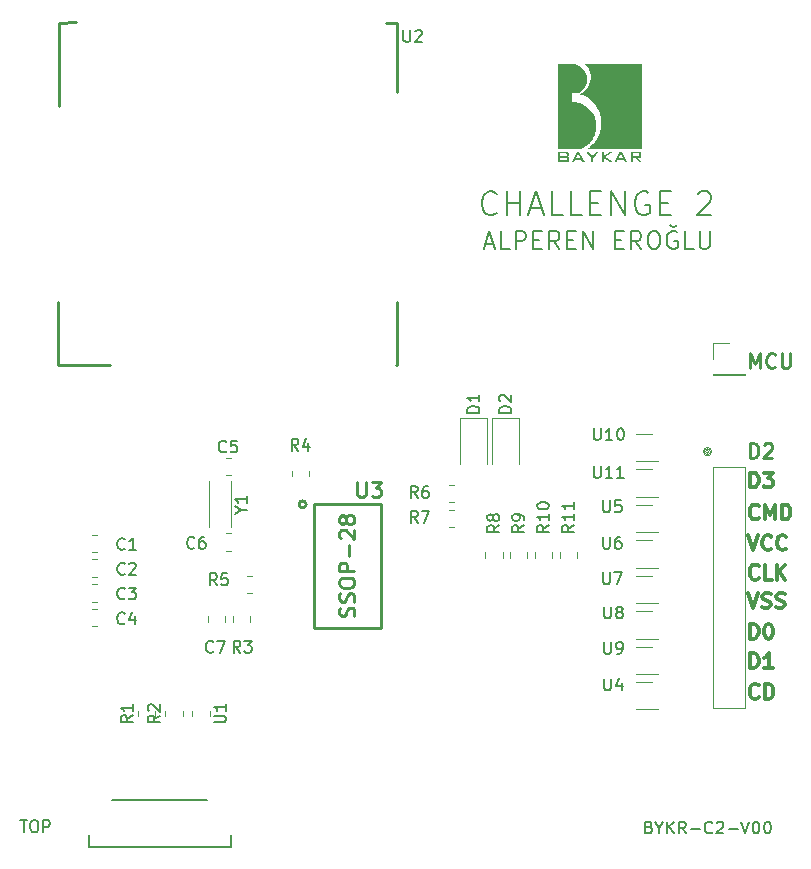
<source format=gbr>
%TF.GenerationSoftware,KiCad,Pcbnew,(6.0.2)*%
%TF.CreationDate,2022-06-02T00:09:37+03:00*%
%TF.ProjectId,BYKR-C2-V00,42594b52-2d43-4322-9d56-30302e6b6963,rev?*%
%TF.SameCoordinates,Original*%
%TF.FileFunction,Legend,Top*%
%TF.FilePolarity,Positive*%
%FSLAX46Y46*%
G04 Gerber Fmt 4.6, Leading zero omitted, Abs format (unit mm)*
G04 Created by KiCad (PCBNEW (6.0.2)) date 2022-06-02 00:09:37*
%MOMM*%
%LPD*%
G01*
G04 APERTURE LIST*
%ADD10C,0.250000*%
%ADD11C,0.300000*%
%ADD12C,0.150000*%
%ADD13C,0.125000*%
%ADD14C,0.254000*%
%ADD15C,0.203200*%
%ADD16C,0.120000*%
G04 APERTURE END LIST*
D10*
X177527380Y-88115476D02*
X177527380Y-86865476D01*
X177944047Y-87758333D01*
X178360713Y-86865476D01*
X178360713Y-88115476D01*
X179670237Y-87996428D02*
X179610713Y-88055952D01*
X179432142Y-88115476D01*
X179313094Y-88115476D01*
X179134523Y-88055952D01*
X179015475Y-87936904D01*
X178955951Y-87817857D01*
X178896428Y-87579761D01*
X178896428Y-87401190D01*
X178955951Y-87163095D01*
X179015475Y-87044047D01*
X179134523Y-86925000D01*
X179313094Y-86865476D01*
X179432142Y-86865476D01*
X179610713Y-86925000D01*
X179670237Y-86984523D01*
X180205951Y-86865476D02*
X180205951Y-87877380D01*
X180265475Y-87996428D01*
X180324999Y-88055952D01*
X180444047Y-88115476D01*
X180682142Y-88115476D01*
X180801189Y-88055952D01*
X180860713Y-87996428D01*
X180920237Y-87877380D01*
X180920237Y-86865476D01*
D11*
X178266666Y-115996428D02*
X178207142Y-116055952D01*
X178028571Y-116115476D01*
X177909523Y-116115476D01*
X177730952Y-116055952D01*
X177611904Y-115936904D01*
X177552381Y-115817857D01*
X177492857Y-115579761D01*
X177492857Y-115401190D01*
X177552381Y-115163095D01*
X177611904Y-115044047D01*
X177730952Y-114925000D01*
X177909523Y-114865476D01*
X178028571Y-114865476D01*
X178207142Y-114925000D01*
X178266666Y-114984523D01*
X178802381Y-116115476D02*
X178802381Y-114865476D01*
X179100000Y-114865476D01*
X179278571Y-114925000D01*
X179397619Y-115044047D01*
X179457142Y-115163095D01*
X179516666Y-115401190D01*
X179516666Y-115579761D01*
X179457142Y-115817857D01*
X179397619Y-115936904D01*
X179278571Y-116055952D01*
X179100000Y-116115476D01*
X178802381Y-116115476D01*
X177552380Y-113515476D02*
X177552380Y-112265476D01*
X177850000Y-112265476D01*
X178028571Y-112325000D01*
X178147619Y-112444047D01*
X178207142Y-112563095D01*
X178266666Y-112801190D01*
X178266666Y-112979761D01*
X178207142Y-113217857D01*
X178147619Y-113336904D01*
X178028571Y-113455952D01*
X177850000Y-113515476D01*
X177552380Y-113515476D01*
X179457142Y-113515476D02*
X178742857Y-113515476D01*
X179100000Y-113515476D02*
X179100000Y-112265476D01*
X178980952Y-112444047D01*
X178861904Y-112563095D01*
X178742857Y-112622619D01*
X177552380Y-111015476D02*
X177552380Y-109765476D01*
X177850000Y-109765476D01*
X178028571Y-109825000D01*
X178147619Y-109944047D01*
X178207142Y-110063095D01*
X178266666Y-110301190D01*
X178266666Y-110479761D01*
X178207142Y-110717857D01*
X178147619Y-110836904D01*
X178028571Y-110955952D01*
X177850000Y-111015476D01*
X177552380Y-111015476D01*
X179040476Y-109765476D02*
X179159523Y-109765476D01*
X179278571Y-109825000D01*
X179338095Y-109884523D01*
X179397619Y-110003571D01*
X179457142Y-110241666D01*
X179457142Y-110539285D01*
X179397619Y-110777380D01*
X179338095Y-110896428D01*
X179278571Y-110955952D01*
X179159523Y-111015476D01*
X179040476Y-111015476D01*
X178921428Y-110955952D01*
X178861904Y-110896428D01*
X178802380Y-110777380D01*
X178742857Y-110539285D01*
X178742857Y-110241666D01*
X178802380Y-110003571D01*
X178861904Y-109884523D01*
X178921428Y-109825000D01*
X179040476Y-109765476D01*
X177373809Y-107165476D02*
X177790475Y-108415476D01*
X178207142Y-107165476D01*
X178564285Y-108355952D02*
X178742856Y-108415476D01*
X179040475Y-108415476D01*
X179159523Y-108355952D01*
X179219047Y-108296428D01*
X179278571Y-108177380D01*
X179278571Y-108058333D01*
X179219047Y-107939285D01*
X179159523Y-107879761D01*
X179040475Y-107820238D01*
X178802380Y-107760714D01*
X178683332Y-107701190D01*
X178623809Y-107641666D01*
X178564285Y-107522619D01*
X178564285Y-107403571D01*
X178623809Y-107284523D01*
X178683332Y-107225000D01*
X178802380Y-107165476D01*
X179099999Y-107165476D01*
X179278571Y-107225000D01*
X179754761Y-108355952D02*
X179933332Y-108415476D01*
X180230952Y-108415476D01*
X180349999Y-108355952D01*
X180409523Y-108296428D01*
X180469047Y-108177380D01*
X180469047Y-108058333D01*
X180409523Y-107939285D01*
X180349999Y-107879761D01*
X180230952Y-107820238D01*
X179992856Y-107760714D01*
X179873809Y-107701190D01*
X179814285Y-107641666D01*
X179754761Y-107522619D01*
X179754761Y-107403571D01*
X179814285Y-107284523D01*
X179873809Y-107225000D01*
X179992856Y-107165476D01*
X180290475Y-107165476D01*
X180469047Y-107225000D01*
X178266666Y-105896428D02*
X178207142Y-105955952D01*
X178028571Y-106015476D01*
X177909523Y-106015476D01*
X177730952Y-105955952D01*
X177611904Y-105836904D01*
X177552380Y-105717857D01*
X177492856Y-105479761D01*
X177492856Y-105301190D01*
X177552380Y-105063095D01*
X177611904Y-104944047D01*
X177730952Y-104825000D01*
X177909523Y-104765476D01*
X178028571Y-104765476D01*
X178207142Y-104825000D01*
X178266666Y-104884523D01*
X179397618Y-106015476D02*
X178802380Y-106015476D01*
X178802380Y-104765476D01*
X179814285Y-106015476D02*
X179814285Y-104765476D01*
X180528571Y-106015476D02*
X179992856Y-105301190D01*
X180528571Y-104765476D02*
X179814285Y-105479761D01*
X177373809Y-102265476D02*
X177790476Y-103515476D01*
X178207142Y-102265476D01*
X179338095Y-103396428D02*
X179278571Y-103455952D01*
X179099999Y-103515476D01*
X178980952Y-103515476D01*
X178802380Y-103455952D01*
X178683333Y-103336904D01*
X178623809Y-103217857D01*
X178564285Y-102979761D01*
X178564285Y-102801190D01*
X178623809Y-102563095D01*
X178683333Y-102444047D01*
X178802380Y-102325000D01*
X178980952Y-102265476D01*
X179099999Y-102265476D01*
X179278571Y-102325000D01*
X179338095Y-102384523D01*
X180588095Y-103396428D02*
X180528571Y-103455952D01*
X180349999Y-103515476D01*
X180230952Y-103515476D01*
X180052380Y-103455952D01*
X179933333Y-103336904D01*
X179873809Y-103217857D01*
X179814285Y-102979761D01*
X179814285Y-102801190D01*
X179873809Y-102563095D01*
X179933333Y-102444047D01*
X180052380Y-102325000D01*
X180230952Y-102265476D01*
X180349999Y-102265476D01*
X180528571Y-102325000D01*
X180588095Y-102384523D01*
X178266666Y-100796428D02*
X178207142Y-100855952D01*
X178028570Y-100915476D01*
X177909523Y-100915476D01*
X177730951Y-100855952D01*
X177611904Y-100736904D01*
X177552380Y-100617857D01*
X177492856Y-100379761D01*
X177492856Y-100201190D01*
X177552380Y-99963095D01*
X177611904Y-99844047D01*
X177730951Y-99725000D01*
X177909523Y-99665476D01*
X178028570Y-99665476D01*
X178207142Y-99725000D01*
X178266666Y-99784523D01*
X178802380Y-100915476D02*
X178802380Y-99665476D01*
X179219047Y-100558333D01*
X179635713Y-99665476D01*
X179635713Y-100915476D01*
X180230951Y-100915476D02*
X180230951Y-99665476D01*
X180528570Y-99665476D01*
X180707142Y-99725000D01*
X180826189Y-99844047D01*
X180885713Y-99963095D01*
X180945237Y-100201190D01*
X180945237Y-100379761D01*
X180885713Y-100617857D01*
X180826189Y-100736904D01*
X180707142Y-100855952D01*
X180528570Y-100915476D01*
X180230951Y-100915476D01*
X177552380Y-98215476D02*
X177552380Y-96965476D01*
X177850000Y-96965476D01*
X178028571Y-97025000D01*
X178147619Y-97144047D01*
X178207142Y-97263095D01*
X178266666Y-97501190D01*
X178266666Y-97679761D01*
X178207142Y-97917857D01*
X178147619Y-98036904D01*
X178028571Y-98155952D01*
X177850000Y-98215476D01*
X177552380Y-98215476D01*
X178683333Y-96965476D02*
X179457142Y-96965476D01*
X179040476Y-97441666D01*
X179219047Y-97441666D01*
X179338095Y-97501190D01*
X179397619Y-97560714D01*
X179457142Y-97679761D01*
X179457142Y-97977380D01*
X179397619Y-98096428D01*
X179338095Y-98155952D01*
X179219047Y-98215476D01*
X178861904Y-98215476D01*
X178742857Y-98155952D01*
X178683333Y-98096428D01*
D10*
X177527380Y-95715476D02*
X177527380Y-94465476D01*
X177825000Y-94465476D01*
X178003571Y-94525000D01*
X178122619Y-94644047D01*
X178182142Y-94763095D01*
X178241666Y-95001190D01*
X178241666Y-95179761D01*
X178182142Y-95417857D01*
X178122619Y-95536904D01*
X178003571Y-95655952D01*
X177825000Y-95715476D01*
X177527380Y-95715476D01*
X178717857Y-94584523D02*
X178777380Y-94525000D01*
X178896428Y-94465476D01*
X179194047Y-94465476D01*
X179313095Y-94525000D01*
X179372619Y-94584523D01*
X179432142Y-94703571D01*
X179432142Y-94822619D01*
X179372619Y-95001190D01*
X178658333Y-95715476D01*
X179432142Y-95715476D01*
D12*
X156073809Y-74964285D02*
X155978571Y-75059523D01*
X155692857Y-75154761D01*
X155502380Y-75154761D01*
X155216666Y-75059523D01*
X155026190Y-74869047D01*
X154930952Y-74678571D01*
X154835714Y-74297619D01*
X154835714Y-74011904D01*
X154930952Y-73630952D01*
X155026190Y-73440476D01*
X155216666Y-73250000D01*
X155502380Y-73154761D01*
X155692857Y-73154761D01*
X155978571Y-73250000D01*
X156073809Y-73345238D01*
X156930952Y-75154761D02*
X156930952Y-73154761D01*
X156930952Y-74107142D02*
X158073809Y-74107142D01*
X158073809Y-75154761D02*
X158073809Y-73154761D01*
X158930952Y-74583333D02*
X159883333Y-74583333D01*
X158740476Y-75154761D02*
X159407142Y-73154761D01*
X160073809Y-75154761D01*
X161692857Y-75154761D02*
X160740476Y-75154761D01*
X160740476Y-73154761D01*
X163311904Y-75154761D02*
X162359523Y-75154761D01*
X162359523Y-73154761D01*
X163978571Y-74107142D02*
X164645238Y-74107142D01*
X164930952Y-75154761D02*
X163978571Y-75154761D01*
X163978571Y-73154761D01*
X164930952Y-73154761D01*
X165788095Y-75154761D02*
X165788095Y-73154761D01*
X166930952Y-75154761D01*
X166930952Y-73154761D01*
X168930952Y-73250000D02*
X168740476Y-73154761D01*
X168454761Y-73154761D01*
X168169047Y-73250000D01*
X167978571Y-73440476D01*
X167883333Y-73630952D01*
X167788095Y-74011904D01*
X167788095Y-74297619D01*
X167883333Y-74678571D01*
X167978571Y-74869047D01*
X168169047Y-75059523D01*
X168454761Y-75154761D01*
X168645238Y-75154761D01*
X168930952Y-75059523D01*
X169026190Y-74964285D01*
X169026190Y-74297619D01*
X168645238Y-74297619D01*
X169883333Y-74107142D02*
X170550000Y-74107142D01*
X170835714Y-75154761D02*
X169883333Y-75154761D01*
X169883333Y-73154761D01*
X170835714Y-73154761D01*
X173121428Y-73345238D02*
X173216666Y-73250000D01*
X173407142Y-73154761D01*
X173883333Y-73154761D01*
X174073809Y-73250000D01*
X174169047Y-73345238D01*
X174264285Y-73535714D01*
X174264285Y-73726190D01*
X174169047Y-74011904D01*
X173026190Y-75154761D01*
X174264285Y-75154761D01*
X115740476Y-126402380D02*
X116311904Y-126402380D01*
X116026190Y-127402380D02*
X116026190Y-126402380D01*
X116835714Y-126402380D02*
X117026190Y-126402380D01*
X117121428Y-126450000D01*
X117216666Y-126545238D01*
X117264285Y-126735714D01*
X117264285Y-127069047D01*
X117216666Y-127259523D01*
X117121428Y-127354761D01*
X117026190Y-127402380D01*
X116835714Y-127402380D01*
X116740476Y-127354761D01*
X116645238Y-127259523D01*
X116597619Y-127069047D01*
X116597619Y-126735714D01*
X116645238Y-126545238D01*
X116740476Y-126450000D01*
X116835714Y-126402380D01*
X117692857Y-127402380D02*
X117692857Y-126402380D01*
X118073809Y-126402380D01*
X118169047Y-126450000D01*
X118216666Y-126497619D01*
X118264285Y-126592857D01*
X118264285Y-126735714D01*
X118216666Y-126830952D01*
X118169047Y-126878571D01*
X118073809Y-126926190D01*
X117692857Y-126926190D01*
X168997619Y-126978571D02*
X169140476Y-127026190D01*
X169188095Y-127073809D01*
X169235714Y-127169047D01*
X169235714Y-127311904D01*
X169188095Y-127407142D01*
X169140476Y-127454761D01*
X169045238Y-127502380D01*
X168664285Y-127502380D01*
X168664285Y-126502380D01*
X168997619Y-126502380D01*
X169092857Y-126550000D01*
X169140476Y-126597619D01*
X169188095Y-126692857D01*
X169188095Y-126788095D01*
X169140476Y-126883333D01*
X169092857Y-126930952D01*
X168997619Y-126978571D01*
X168664285Y-126978571D01*
X169854761Y-127026190D02*
X169854761Y-127502380D01*
X169521428Y-126502380D02*
X169854761Y-127026190D01*
X170188095Y-126502380D01*
X170521428Y-127502380D02*
X170521428Y-126502380D01*
X171092857Y-127502380D02*
X170664285Y-126930952D01*
X171092857Y-126502380D02*
X170521428Y-127073809D01*
X172092857Y-127502380D02*
X171759523Y-127026190D01*
X171521428Y-127502380D02*
X171521428Y-126502380D01*
X171902380Y-126502380D01*
X171997619Y-126550000D01*
X172045238Y-126597619D01*
X172092857Y-126692857D01*
X172092857Y-126835714D01*
X172045238Y-126930952D01*
X171997619Y-126978571D01*
X171902380Y-127026190D01*
X171521428Y-127026190D01*
X172521428Y-127121428D02*
X173283333Y-127121428D01*
X174330952Y-127407142D02*
X174283333Y-127454761D01*
X174140476Y-127502380D01*
X174045238Y-127502380D01*
X173902380Y-127454761D01*
X173807142Y-127359523D01*
X173759523Y-127264285D01*
X173711904Y-127073809D01*
X173711904Y-126930952D01*
X173759523Y-126740476D01*
X173807142Y-126645238D01*
X173902380Y-126550000D01*
X174045238Y-126502380D01*
X174140476Y-126502380D01*
X174283333Y-126550000D01*
X174330952Y-126597619D01*
X174711904Y-126597619D02*
X174759523Y-126550000D01*
X174854761Y-126502380D01*
X175092857Y-126502380D01*
X175188095Y-126550000D01*
X175235714Y-126597619D01*
X175283333Y-126692857D01*
X175283333Y-126788095D01*
X175235714Y-126930952D01*
X174664285Y-127502380D01*
X175283333Y-127502380D01*
X175711904Y-127121428D02*
X176473809Y-127121428D01*
X176807142Y-126502380D02*
X177140476Y-127502380D01*
X177473809Y-126502380D01*
X177997619Y-126502380D02*
X178092857Y-126502380D01*
X178188095Y-126550000D01*
X178235714Y-126597619D01*
X178283333Y-126692857D01*
X178330952Y-126883333D01*
X178330952Y-127121428D01*
X178283333Y-127311904D01*
X178235714Y-127407142D01*
X178188095Y-127454761D01*
X178092857Y-127502380D01*
X177997619Y-127502380D01*
X177902380Y-127454761D01*
X177854761Y-127407142D01*
X177807142Y-127311904D01*
X177759523Y-127121428D01*
X177759523Y-126883333D01*
X177807142Y-126692857D01*
X177854761Y-126597619D01*
X177902380Y-126550000D01*
X177997619Y-126502380D01*
X178950000Y-126502380D02*
X179045238Y-126502380D01*
X179140476Y-126550000D01*
X179188095Y-126597619D01*
X179235714Y-126692857D01*
X179283333Y-126883333D01*
X179283333Y-127121428D01*
X179235714Y-127311904D01*
X179188095Y-127407142D01*
X179140476Y-127454761D01*
X179045238Y-127502380D01*
X178950000Y-127502380D01*
X178854761Y-127454761D01*
X178807142Y-127407142D01*
X178759523Y-127311904D01*
X178711904Y-127121428D01*
X178711904Y-126883333D01*
X178759523Y-126692857D01*
X178807142Y-126597619D01*
X178854761Y-126550000D01*
X178950000Y-126502380D01*
X155114285Y-77600000D02*
X155828571Y-77600000D01*
X154971428Y-78028571D02*
X155471428Y-76528571D01*
X155971428Y-78028571D01*
X157185714Y-78028571D02*
X156471428Y-78028571D01*
X156471428Y-76528571D01*
X157685714Y-78028571D02*
X157685714Y-76528571D01*
X158257142Y-76528571D01*
X158400000Y-76600000D01*
X158471428Y-76671428D01*
X158542857Y-76814285D01*
X158542857Y-77028571D01*
X158471428Y-77171428D01*
X158400000Y-77242857D01*
X158257142Y-77314285D01*
X157685714Y-77314285D01*
X159185714Y-77242857D02*
X159685714Y-77242857D01*
X159900000Y-78028571D02*
X159185714Y-78028571D01*
X159185714Y-76528571D01*
X159900000Y-76528571D01*
X161400000Y-78028571D02*
X160900000Y-77314285D01*
X160542857Y-78028571D02*
X160542857Y-76528571D01*
X161114285Y-76528571D01*
X161257142Y-76600000D01*
X161328571Y-76671428D01*
X161400000Y-76814285D01*
X161400000Y-77028571D01*
X161328571Y-77171428D01*
X161257142Y-77242857D01*
X161114285Y-77314285D01*
X160542857Y-77314285D01*
X162042857Y-77242857D02*
X162542857Y-77242857D01*
X162757142Y-78028571D02*
X162042857Y-78028571D01*
X162042857Y-76528571D01*
X162757142Y-76528571D01*
X163400000Y-78028571D02*
X163400000Y-76528571D01*
X164257142Y-78028571D01*
X164257142Y-76528571D01*
X166114285Y-77242857D02*
X166614285Y-77242857D01*
X166828571Y-78028571D02*
X166114285Y-78028571D01*
X166114285Y-76528571D01*
X166828571Y-76528571D01*
X168328571Y-78028571D02*
X167828571Y-77314285D01*
X167471428Y-78028571D02*
X167471428Y-76528571D01*
X168042857Y-76528571D01*
X168185714Y-76600000D01*
X168257142Y-76671428D01*
X168328571Y-76814285D01*
X168328571Y-77028571D01*
X168257142Y-77171428D01*
X168185714Y-77242857D01*
X168042857Y-77314285D01*
X167471428Y-77314285D01*
X169257142Y-76528571D02*
X169542857Y-76528571D01*
X169685714Y-76600000D01*
X169828571Y-76742857D01*
X169900000Y-77028571D01*
X169900000Y-77528571D01*
X169828571Y-77814285D01*
X169685714Y-77957142D01*
X169542857Y-78028571D01*
X169257142Y-78028571D01*
X169114285Y-77957142D01*
X168971428Y-77814285D01*
X168900000Y-77528571D01*
X168900000Y-77028571D01*
X168971428Y-76742857D01*
X169114285Y-76600000D01*
X169257142Y-76528571D01*
X171328571Y-76600000D02*
X171185714Y-76528571D01*
X170971428Y-76528571D01*
X170757142Y-76600000D01*
X170614285Y-76742857D01*
X170542857Y-76885714D01*
X170471428Y-77171428D01*
X170471428Y-77385714D01*
X170542857Y-77671428D01*
X170614285Y-77814285D01*
X170757142Y-77957142D01*
X170971428Y-78028571D01*
X171114285Y-78028571D01*
X171328571Y-77957142D01*
X171400000Y-77885714D01*
X171400000Y-77385714D01*
X171114285Y-77385714D01*
X170757142Y-75957142D02*
X170828571Y-76100000D01*
X170971428Y-76171428D01*
X171114285Y-76171428D01*
X171257142Y-76100000D01*
X171328571Y-75957142D01*
X172757142Y-78028571D02*
X172042857Y-78028571D01*
X172042857Y-76528571D01*
X173257142Y-76528571D02*
X173257142Y-77742857D01*
X173328571Y-77885714D01*
X173400000Y-77957142D01*
X173542857Y-78028571D01*
X173828571Y-78028571D01*
X173971428Y-77957142D01*
X174042857Y-77885714D01*
X174114285Y-77742857D01*
X174114285Y-76528571D01*
D13*
%TO.C,G\u002A\u002A\u002A*%
X165909523Y-66800000D02*
X165861904Y-66776190D01*
X165790476Y-66776190D01*
X165719047Y-66800000D01*
X165671428Y-66847619D01*
X165647619Y-66895238D01*
X165623809Y-66990476D01*
X165623809Y-67061904D01*
X165647619Y-67157142D01*
X165671428Y-67204761D01*
X165719047Y-67252380D01*
X165790476Y-67276190D01*
X165838095Y-67276190D01*
X165909523Y-67252380D01*
X165933333Y-67228571D01*
X165933333Y-67061904D01*
X165838095Y-67061904D01*
X166219047Y-66776190D02*
X166219047Y-66895238D01*
X166100000Y-66847619D02*
X166219047Y-66895238D01*
X166338095Y-66847619D01*
X166147619Y-66990476D02*
X166219047Y-66895238D01*
X166290476Y-66990476D01*
X166600000Y-66776190D02*
X166600000Y-66895238D01*
X166480952Y-66847619D02*
X166600000Y-66895238D01*
X166719047Y-66847619D01*
X166528571Y-66990476D02*
X166600000Y-66895238D01*
X166671428Y-66990476D01*
X166980952Y-66776190D02*
X166980952Y-66895238D01*
X166861904Y-66847619D02*
X166980952Y-66895238D01*
X167100000Y-66847619D01*
X166909523Y-66990476D02*
X166980952Y-66895238D01*
X167052380Y-66990476D01*
D12*
%TO.C,U2*%
X148188095Y-59502380D02*
X148188095Y-60311904D01*
X148235714Y-60407142D01*
X148283333Y-60454761D01*
X148378571Y-60502380D01*
X148569047Y-60502380D01*
X148664285Y-60454761D01*
X148711904Y-60407142D01*
X148759523Y-60311904D01*
X148759523Y-59502380D01*
X149188095Y-59597619D02*
X149235714Y-59550000D01*
X149330952Y-59502380D01*
X149569047Y-59502380D01*
X149664285Y-59550000D01*
X149711904Y-59597619D01*
X149759523Y-59692857D01*
X149759523Y-59788095D01*
X149711904Y-59930952D01*
X149140476Y-60502380D01*
X149759523Y-60502380D01*
%TO.C,Y1*%
X134426190Y-100126190D02*
X134902380Y-100126190D01*
X133902380Y-100459523D02*
X134426190Y-100126190D01*
X133902380Y-99792857D01*
X134902380Y-98935714D02*
X134902380Y-99507142D01*
X134902380Y-99221428D02*
X133902380Y-99221428D01*
X134045238Y-99316666D01*
X134140476Y-99411904D01*
X134188095Y-99507142D01*
%TO.C,U11*%
X164311904Y-96402380D02*
X164311904Y-97211904D01*
X164359523Y-97307142D01*
X164407142Y-97354761D01*
X164502380Y-97402380D01*
X164692857Y-97402380D01*
X164788095Y-97354761D01*
X164835714Y-97307142D01*
X164883333Y-97211904D01*
X164883333Y-96402380D01*
X165883333Y-97402380D02*
X165311904Y-97402380D01*
X165597619Y-97402380D02*
X165597619Y-96402380D01*
X165502380Y-96545238D01*
X165407142Y-96640476D01*
X165311904Y-96688095D01*
X166835714Y-97402380D02*
X166264285Y-97402380D01*
X166550000Y-97402380D02*
X166550000Y-96402380D01*
X166454761Y-96545238D01*
X166359523Y-96640476D01*
X166264285Y-96688095D01*
%TO.C,U10*%
X164311904Y-93202380D02*
X164311904Y-94011904D01*
X164359523Y-94107142D01*
X164407142Y-94154761D01*
X164502380Y-94202380D01*
X164692857Y-94202380D01*
X164788095Y-94154761D01*
X164835714Y-94107142D01*
X164883333Y-94011904D01*
X164883333Y-93202380D01*
X165883333Y-94202380D02*
X165311904Y-94202380D01*
X165597619Y-94202380D02*
X165597619Y-93202380D01*
X165502380Y-93345238D01*
X165407142Y-93440476D01*
X165311904Y-93488095D01*
X166502380Y-93202380D02*
X166597619Y-93202380D01*
X166692857Y-93250000D01*
X166740476Y-93297619D01*
X166788095Y-93392857D01*
X166835714Y-93583333D01*
X166835714Y-93821428D01*
X166788095Y-94011904D01*
X166740476Y-94107142D01*
X166692857Y-94154761D01*
X166597619Y-94202380D01*
X166502380Y-94202380D01*
X166407142Y-94154761D01*
X166359523Y-94107142D01*
X166311904Y-94011904D01*
X166264285Y-93821428D01*
X166264285Y-93583333D01*
X166311904Y-93392857D01*
X166359523Y-93297619D01*
X166407142Y-93250000D01*
X166502380Y-93202380D01*
%TO.C,U9*%
X165188095Y-111302380D02*
X165188095Y-112111904D01*
X165235714Y-112207142D01*
X165283333Y-112254761D01*
X165378571Y-112302380D01*
X165569047Y-112302380D01*
X165664285Y-112254761D01*
X165711904Y-112207142D01*
X165759523Y-112111904D01*
X165759523Y-111302380D01*
X166283333Y-112302380D02*
X166473809Y-112302380D01*
X166569047Y-112254761D01*
X166616666Y-112207142D01*
X166711904Y-112064285D01*
X166759523Y-111873809D01*
X166759523Y-111492857D01*
X166711904Y-111397619D01*
X166664285Y-111350000D01*
X166569047Y-111302380D01*
X166378571Y-111302380D01*
X166283333Y-111350000D01*
X166235714Y-111397619D01*
X166188095Y-111492857D01*
X166188095Y-111730952D01*
X166235714Y-111826190D01*
X166283333Y-111873809D01*
X166378571Y-111921428D01*
X166569047Y-111921428D01*
X166664285Y-111873809D01*
X166711904Y-111826190D01*
X166759523Y-111730952D01*
%TO.C,U8*%
X165188095Y-108302380D02*
X165188095Y-109111904D01*
X165235714Y-109207142D01*
X165283333Y-109254761D01*
X165378571Y-109302380D01*
X165569047Y-109302380D01*
X165664285Y-109254761D01*
X165711904Y-109207142D01*
X165759523Y-109111904D01*
X165759523Y-108302380D01*
X166378571Y-108730952D02*
X166283333Y-108683333D01*
X166235714Y-108635714D01*
X166188095Y-108540476D01*
X166188095Y-108492857D01*
X166235714Y-108397619D01*
X166283333Y-108350000D01*
X166378571Y-108302380D01*
X166569047Y-108302380D01*
X166664285Y-108350000D01*
X166711904Y-108397619D01*
X166759523Y-108492857D01*
X166759523Y-108540476D01*
X166711904Y-108635714D01*
X166664285Y-108683333D01*
X166569047Y-108730952D01*
X166378571Y-108730952D01*
X166283333Y-108778571D01*
X166235714Y-108826190D01*
X166188095Y-108921428D01*
X166188095Y-109111904D01*
X166235714Y-109207142D01*
X166283333Y-109254761D01*
X166378571Y-109302380D01*
X166569047Y-109302380D01*
X166664285Y-109254761D01*
X166711904Y-109207142D01*
X166759523Y-109111904D01*
X166759523Y-108921428D01*
X166711904Y-108826190D01*
X166664285Y-108778571D01*
X166569047Y-108730952D01*
%TO.C,U7*%
X165088095Y-105402380D02*
X165088095Y-106211904D01*
X165135714Y-106307142D01*
X165183333Y-106354761D01*
X165278571Y-106402380D01*
X165469047Y-106402380D01*
X165564285Y-106354761D01*
X165611904Y-106307142D01*
X165659523Y-106211904D01*
X165659523Y-105402380D01*
X166040476Y-105402380D02*
X166707142Y-105402380D01*
X166278571Y-106402380D01*
%TO.C,U6*%
X165088095Y-102402380D02*
X165088095Y-103211904D01*
X165135714Y-103307142D01*
X165183333Y-103354761D01*
X165278571Y-103402380D01*
X165469047Y-103402380D01*
X165564285Y-103354761D01*
X165611904Y-103307142D01*
X165659523Y-103211904D01*
X165659523Y-102402380D01*
X166564285Y-102402380D02*
X166373809Y-102402380D01*
X166278571Y-102450000D01*
X166230952Y-102497619D01*
X166135714Y-102640476D01*
X166088095Y-102830952D01*
X166088095Y-103211904D01*
X166135714Y-103307142D01*
X166183333Y-103354761D01*
X166278571Y-103402380D01*
X166469047Y-103402380D01*
X166564285Y-103354761D01*
X166611904Y-103307142D01*
X166659523Y-103211904D01*
X166659523Y-102973809D01*
X166611904Y-102878571D01*
X166564285Y-102830952D01*
X166469047Y-102783333D01*
X166278571Y-102783333D01*
X166183333Y-102830952D01*
X166135714Y-102878571D01*
X166088095Y-102973809D01*
%TO.C,U5*%
X165088095Y-99302380D02*
X165088095Y-100111904D01*
X165135714Y-100207142D01*
X165183333Y-100254761D01*
X165278571Y-100302380D01*
X165469047Y-100302380D01*
X165564285Y-100254761D01*
X165611904Y-100207142D01*
X165659523Y-100111904D01*
X165659523Y-99302380D01*
X166611904Y-99302380D02*
X166135714Y-99302380D01*
X166088095Y-99778571D01*
X166135714Y-99730952D01*
X166230952Y-99683333D01*
X166469047Y-99683333D01*
X166564285Y-99730952D01*
X166611904Y-99778571D01*
X166659523Y-99873809D01*
X166659523Y-100111904D01*
X166611904Y-100207142D01*
X166564285Y-100254761D01*
X166469047Y-100302380D01*
X166230952Y-100302380D01*
X166135714Y-100254761D01*
X166088095Y-100207142D01*
%TO.C,U4*%
X165188095Y-114402380D02*
X165188095Y-115211904D01*
X165235714Y-115307142D01*
X165283333Y-115354761D01*
X165378571Y-115402380D01*
X165569047Y-115402380D01*
X165664285Y-115354761D01*
X165711904Y-115307142D01*
X165759523Y-115211904D01*
X165759523Y-114402380D01*
X166664285Y-114735714D02*
X166664285Y-115402380D01*
X166426190Y-114354761D02*
X166188095Y-115069047D01*
X166807142Y-115069047D01*
D14*
%TO.C,U3*%
X144282380Y-97754523D02*
X144282380Y-98782619D01*
X144342857Y-98903571D01*
X144403333Y-98964047D01*
X144524285Y-99024523D01*
X144766190Y-99024523D01*
X144887142Y-98964047D01*
X144947619Y-98903571D01*
X145008095Y-98782619D01*
X145008095Y-97754523D01*
X145491904Y-97754523D02*
X146278095Y-97754523D01*
X145854761Y-98238333D01*
X146036190Y-98238333D01*
X146157142Y-98298809D01*
X146217619Y-98359285D01*
X146278095Y-98480238D01*
X146278095Y-98782619D01*
X146217619Y-98903571D01*
X146157142Y-98964047D01*
X146036190Y-99024523D01*
X145673333Y-99024523D01*
X145552380Y-98964047D01*
X145491904Y-98903571D01*
X143964047Y-109113571D02*
X144024523Y-108932142D01*
X144024523Y-108629761D01*
X143964047Y-108508809D01*
X143903571Y-108448333D01*
X143782619Y-108387857D01*
X143661666Y-108387857D01*
X143540714Y-108448333D01*
X143480238Y-108508809D01*
X143419761Y-108629761D01*
X143359285Y-108871666D01*
X143298809Y-108992619D01*
X143238333Y-109053095D01*
X143117380Y-109113571D01*
X142996428Y-109113571D01*
X142875476Y-109053095D01*
X142815000Y-108992619D01*
X142754523Y-108871666D01*
X142754523Y-108569285D01*
X142815000Y-108387857D01*
X143964047Y-107904047D02*
X144024523Y-107722619D01*
X144024523Y-107420238D01*
X143964047Y-107299285D01*
X143903571Y-107238809D01*
X143782619Y-107178333D01*
X143661666Y-107178333D01*
X143540714Y-107238809D01*
X143480238Y-107299285D01*
X143419761Y-107420238D01*
X143359285Y-107662142D01*
X143298809Y-107783095D01*
X143238333Y-107843571D01*
X143117380Y-107904047D01*
X142996428Y-107904047D01*
X142875476Y-107843571D01*
X142815000Y-107783095D01*
X142754523Y-107662142D01*
X142754523Y-107359761D01*
X142815000Y-107178333D01*
X142754523Y-106392142D02*
X142754523Y-106150238D01*
X142815000Y-106029285D01*
X142935952Y-105908333D01*
X143177857Y-105847857D01*
X143601190Y-105847857D01*
X143843095Y-105908333D01*
X143964047Y-106029285D01*
X144024523Y-106150238D01*
X144024523Y-106392142D01*
X143964047Y-106513095D01*
X143843095Y-106634047D01*
X143601190Y-106694523D01*
X143177857Y-106694523D01*
X142935952Y-106634047D01*
X142815000Y-106513095D01*
X142754523Y-106392142D01*
X144024523Y-105303571D02*
X142754523Y-105303571D01*
X142754523Y-104819761D01*
X142815000Y-104698809D01*
X142875476Y-104638333D01*
X142996428Y-104577857D01*
X143177857Y-104577857D01*
X143298809Y-104638333D01*
X143359285Y-104698809D01*
X143419761Y-104819761D01*
X143419761Y-105303571D01*
X143540714Y-104033571D02*
X143540714Y-103065952D01*
X142875476Y-102521666D02*
X142815000Y-102461190D01*
X142754523Y-102340238D01*
X142754523Y-102037857D01*
X142815000Y-101916904D01*
X142875476Y-101856428D01*
X142996428Y-101795952D01*
X143117380Y-101795952D01*
X143298809Y-101856428D01*
X144024523Y-102582142D01*
X144024523Y-101795952D01*
X143298809Y-101070238D02*
X143238333Y-101191190D01*
X143177857Y-101251666D01*
X143056904Y-101312142D01*
X142996428Y-101312142D01*
X142875476Y-101251666D01*
X142815000Y-101191190D01*
X142754523Y-101070238D01*
X142754523Y-100828333D01*
X142815000Y-100707380D01*
X142875476Y-100646904D01*
X142996428Y-100586428D01*
X143056904Y-100586428D01*
X143177857Y-100646904D01*
X143238333Y-100707380D01*
X143298809Y-100828333D01*
X143298809Y-101070238D01*
X143359285Y-101191190D01*
X143419761Y-101251666D01*
X143540714Y-101312142D01*
X143782619Y-101312142D01*
X143903571Y-101251666D01*
X143964047Y-101191190D01*
X144024523Y-101070238D01*
X144024523Y-100828333D01*
X143964047Y-100707380D01*
X143903571Y-100646904D01*
X143782619Y-100586428D01*
X143540714Y-100586428D01*
X143419761Y-100646904D01*
X143359285Y-100707380D01*
X143298809Y-100828333D01*
D12*
%TO.C,U1*%
X132152380Y-118111904D02*
X132961904Y-118111904D01*
X133057142Y-118064285D01*
X133104761Y-118016666D01*
X133152380Y-117921428D01*
X133152380Y-117730952D01*
X133104761Y-117635714D01*
X133057142Y-117588095D01*
X132961904Y-117540476D01*
X132152380Y-117540476D01*
X133152380Y-116540476D02*
X133152380Y-117111904D01*
X133152380Y-116826190D02*
X132152380Y-116826190D01*
X132295238Y-116921428D01*
X132390476Y-117016666D01*
X132438095Y-117111904D01*
%TO.C,R11*%
X162602380Y-101392857D02*
X162126190Y-101726190D01*
X162602380Y-101964285D02*
X161602380Y-101964285D01*
X161602380Y-101583333D01*
X161650000Y-101488095D01*
X161697619Y-101440476D01*
X161792857Y-101392857D01*
X161935714Y-101392857D01*
X162030952Y-101440476D01*
X162078571Y-101488095D01*
X162126190Y-101583333D01*
X162126190Y-101964285D01*
X162602380Y-100440476D02*
X162602380Y-101011904D01*
X162602380Y-100726190D02*
X161602380Y-100726190D01*
X161745238Y-100821428D01*
X161840476Y-100916666D01*
X161888095Y-101011904D01*
X162602380Y-99488095D02*
X162602380Y-100059523D01*
X162602380Y-99773809D02*
X161602380Y-99773809D01*
X161745238Y-99869047D01*
X161840476Y-99964285D01*
X161888095Y-100059523D01*
%TO.C,R10*%
X160502380Y-101392857D02*
X160026190Y-101726190D01*
X160502380Y-101964285D02*
X159502380Y-101964285D01*
X159502380Y-101583333D01*
X159550000Y-101488095D01*
X159597619Y-101440476D01*
X159692857Y-101392857D01*
X159835714Y-101392857D01*
X159930952Y-101440476D01*
X159978571Y-101488095D01*
X160026190Y-101583333D01*
X160026190Y-101964285D01*
X160502380Y-100440476D02*
X160502380Y-101011904D01*
X160502380Y-100726190D02*
X159502380Y-100726190D01*
X159645238Y-100821428D01*
X159740476Y-100916666D01*
X159788095Y-101011904D01*
X159502380Y-99821428D02*
X159502380Y-99726190D01*
X159550000Y-99630952D01*
X159597619Y-99583333D01*
X159692857Y-99535714D01*
X159883333Y-99488095D01*
X160121428Y-99488095D01*
X160311904Y-99535714D01*
X160407142Y-99583333D01*
X160454761Y-99630952D01*
X160502380Y-99726190D01*
X160502380Y-99821428D01*
X160454761Y-99916666D01*
X160407142Y-99964285D01*
X160311904Y-100011904D01*
X160121428Y-100059523D01*
X159883333Y-100059523D01*
X159692857Y-100011904D01*
X159597619Y-99964285D01*
X159550000Y-99916666D01*
X159502380Y-99821428D01*
%TO.C,R9*%
X158402380Y-101416666D02*
X157926190Y-101750000D01*
X158402380Y-101988095D02*
X157402380Y-101988095D01*
X157402380Y-101607142D01*
X157450000Y-101511904D01*
X157497619Y-101464285D01*
X157592857Y-101416666D01*
X157735714Y-101416666D01*
X157830952Y-101464285D01*
X157878571Y-101511904D01*
X157926190Y-101607142D01*
X157926190Y-101988095D01*
X158402380Y-100940476D02*
X158402380Y-100750000D01*
X158354761Y-100654761D01*
X158307142Y-100607142D01*
X158164285Y-100511904D01*
X157973809Y-100464285D01*
X157592857Y-100464285D01*
X157497619Y-100511904D01*
X157450000Y-100559523D01*
X157402380Y-100654761D01*
X157402380Y-100845238D01*
X157450000Y-100940476D01*
X157497619Y-100988095D01*
X157592857Y-101035714D01*
X157830952Y-101035714D01*
X157926190Y-100988095D01*
X157973809Y-100940476D01*
X158021428Y-100845238D01*
X158021428Y-100654761D01*
X157973809Y-100559523D01*
X157926190Y-100511904D01*
X157830952Y-100464285D01*
%TO.C,R8*%
X156302380Y-101416666D02*
X155826190Y-101750000D01*
X156302380Y-101988095D02*
X155302380Y-101988095D01*
X155302380Y-101607142D01*
X155350000Y-101511904D01*
X155397619Y-101464285D01*
X155492857Y-101416666D01*
X155635714Y-101416666D01*
X155730952Y-101464285D01*
X155778571Y-101511904D01*
X155826190Y-101607142D01*
X155826190Y-101988095D01*
X155730952Y-100845238D02*
X155683333Y-100940476D01*
X155635714Y-100988095D01*
X155540476Y-101035714D01*
X155492857Y-101035714D01*
X155397619Y-100988095D01*
X155350000Y-100940476D01*
X155302380Y-100845238D01*
X155302380Y-100654761D01*
X155350000Y-100559523D01*
X155397619Y-100511904D01*
X155492857Y-100464285D01*
X155540476Y-100464285D01*
X155635714Y-100511904D01*
X155683333Y-100559523D01*
X155730952Y-100654761D01*
X155730952Y-100845238D01*
X155778571Y-100940476D01*
X155826190Y-100988095D01*
X155921428Y-101035714D01*
X156111904Y-101035714D01*
X156207142Y-100988095D01*
X156254761Y-100940476D01*
X156302380Y-100845238D01*
X156302380Y-100654761D01*
X156254761Y-100559523D01*
X156207142Y-100511904D01*
X156111904Y-100464285D01*
X155921428Y-100464285D01*
X155826190Y-100511904D01*
X155778571Y-100559523D01*
X155730952Y-100654761D01*
%TO.C,R7*%
X149383333Y-101202380D02*
X149050000Y-100726190D01*
X148811904Y-101202380D02*
X148811904Y-100202380D01*
X149192857Y-100202380D01*
X149288095Y-100250000D01*
X149335714Y-100297619D01*
X149383333Y-100392857D01*
X149383333Y-100535714D01*
X149335714Y-100630952D01*
X149288095Y-100678571D01*
X149192857Y-100726190D01*
X148811904Y-100726190D01*
X149716666Y-100202380D02*
X150383333Y-100202380D01*
X149954761Y-101202380D01*
%TO.C,R6*%
X149383333Y-99102380D02*
X149050000Y-98626190D01*
X148811904Y-99102380D02*
X148811904Y-98102380D01*
X149192857Y-98102380D01*
X149288095Y-98150000D01*
X149335714Y-98197619D01*
X149383333Y-98292857D01*
X149383333Y-98435714D01*
X149335714Y-98530952D01*
X149288095Y-98578571D01*
X149192857Y-98626190D01*
X148811904Y-98626190D01*
X150240476Y-98102380D02*
X150050000Y-98102380D01*
X149954761Y-98150000D01*
X149907142Y-98197619D01*
X149811904Y-98340476D01*
X149764285Y-98530952D01*
X149764285Y-98911904D01*
X149811904Y-99007142D01*
X149859523Y-99054761D01*
X149954761Y-99102380D01*
X150145238Y-99102380D01*
X150240476Y-99054761D01*
X150288095Y-99007142D01*
X150335714Y-98911904D01*
X150335714Y-98673809D01*
X150288095Y-98578571D01*
X150240476Y-98530952D01*
X150145238Y-98483333D01*
X149954761Y-98483333D01*
X149859523Y-98530952D01*
X149811904Y-98578571D01*
X149764285Y-98673809D01*
%TO.C,R5*%
X132383333Y-106502380D02*
X132050000Y-106026190D01*
X131811904Y-106502380D02*
X131811904Y-105502380D01*
X132192857Y-105502380D01*
X132288095Y-105550000D01*
X132335714Y-105597619D01*
X132383333Y-105692857D01*
X132383333Y-105835714D01*
X132335714Y-105930952D01*
X132288095Y-105978571D01*
X132192857Y-106026190D01*
X131811904Y-106026190D01*
X133288095Y-105502380D02*
X132811904Y-105502380D01*
X132764285Y-105978571D01*
X132811904Y-105930952D01*
X132907142Y-105883333D01*
X133145238Y-105883333D01*
X133240476Y-105930952D01*
X133288095Y-105978571D01*
X133335714Y-106073809D01*
X133335714Y-106311904D01*
X133288095Y-106407142D01*
X133240476Y-106454761D01*
X133145238Y-106502380D01*
X132907142Y-106502380D01*
X132811904Y-106454761D01*
X132764285Y-106407142D01*
%TO.C,R4*%
X139283333Y-95102380D02*
X138950000Y-94626190D01*
X138711904Y-95102380D02*
X138711904Y-94102380D01*
X139092857Y-94102380D01*
X139188095Y-94150000D01*
X139235714Y-94197619D01*
X139283333Y-94292857D01*
X139283333Y-94435714D01*
X139235714Y-94530952D01*
X139188095Y-94578571D01*
X139092857Y-94626190D01*
X138711904Y-94626190D01*
X140140476Y-94435714D02*
X140140476Y-95102380D01*
X139902380Y-94054761D02*
X139664285Y-94769047D01*
X140283333Y-94769047D01*
%TO.C,R3*%
X134383333Y-112202380D02*
X134050000Y-111726190D01*
X133811904Y-112202380D02*
X133811904Y-111202380D01*
X134192857Y-111202380D01*
X134288095Y-111250000D01*
X134335714Y-111297619D01*
X134383333Y-111392857D01*
X134383333Y-111535714D01*
X134335714Y-111630952D01*
X134288095Y-111678571D01*
X134192857Y-111726190D01*
X133811904Y-111726190D01*
X134716666Y-111202380D02*
X135335714Y-111202380D01*
X135002380Y-111583333D01*
X135145238Y-111583333D01*
X135240476Y-111630952D01*
X135288095Y-111678571D01*
X135335714Y-111773809D01*
X135335714Y-112011904D01*
X135288095Y-112107142D01*
X135240476Y-112154761D01*
X135145238Y-112202380D01*
X134859523Y-112202380D01*
X134764285Y-112154761D01*
X134716666Y-112107142D01*
%TO.C,R2*%
X127552380Y-117529166D02*
X127076190Y-117862500D01*
X127552380Y-118100595D02*
X126552380Y-118100595D01*
X126552380Y-117719642D01*
X126600000Y-117624404D01*
X126647619Y-117576785D01*
X126742857Y-117529166D01*
X126885714Y-117529166D01*
X126980952Y-117576785D01*
X127028571Y-117624404D01*
X127076190Y-117719642D01*
X127076190Y-118100595D01*
X126647619Y-117148214D02*
X126600000Y-117100595D01*
X126552380Y-117005357D01*
X126552380Y-116767261D01*
X126600000Y-116672023D01*
X126647619Y-116624404D01*
X126742857Y-116576785D01*
X126838095Y-116576785D01*
X126980952Y-116624404D01*
X127552380Y-117195833D01*
X127552380Y-116576785D01*
%TO.C,R1*%
X125252380Y-117516666D02*
X124776190Y-117850000D01*
X125252380Y-118088095D02*
X124252380Y-118088095D01*
X124252380Y-117707142D01*
X124300000Y-117611904D01*
X124347619Y-117564285D01*
X124442857Y-117516666D01*
X124585714Y-117516666D01*
X124680952Y-117564285D01*
X124728571Y-117611904D01*
X124776190Y-117707142D01*
X124776190Y-118088095D01*
X125252380Y-116564285D02*
X125252380Y-117135714D01*
X125252380Y-116850000D02*
X124252380Y-116850000D01*
X124395238Y-116945238D01*
X124490476Y-117040476D01*
X124538095Y-117135714D01*
%TO.C,D2*%
X157302380Y-91888095D02*
X156302380Y-91888095D01*
X156302380Y-91650000D01*
X156350000Y-91507142D01*
X156445238Y-91411904D01*
X156540476Y-91364285D01*
X156730952Y-91316666D01*
X156873809Y-91316666D01*
X157064285Y-91364285D01*
X157159523Y-91411904D01*
X157254761Y-91507142D01*
X157302380Y-91650000D01*
X157302380Y-91888095D01*
X156397619Y-90935714D02*
X156350000Y-90888095D01*
X156302380Y-90792857D01*
X156302380Y-90554761D01*
X156350000Y-90459523D01*
X156397619Y-90411904D01*
X156492857Y-90364285D01*
X156588095Y-90364285D01*
X156730952Y-90411904D01*
X157302380Y-90983333D01*
X157302380Y-90364285D01*
%TO.C,D1*%
X154602380Y-91888095D02*
X153602380Y-91888095D01*
X153602380Y-91650000D01*
X153650000Y-91507142D01*
X153745238Y-91411904D01*
X153840476Y-91364285D01*
X154030952Y-91316666D01*
X154173809Y-91316666D01*
X154364285Y-91364285D01*
X154459523Y-91411904D01*
X154554761Y-91507142D01*
X154602380Y-91650000D01*
X154602380Y-91888095D01*
X154602380Y-90364285D02*
X154602380Y-90935714D01*
X154602380Y-90650000D02*
X153602380Y-90650000D01*
X153745238Y-90745238D01*
X153840476Y-90840476D01*
X153888095Y-90935714D01*
%TO.C,C7*%
X132083333Y-112107142D02*
X132035714Y-112154761D01*
X131892857Y-112202380D01*
X131797619Y-112202380D01*
X131654761Y-112154761D01*
X131559523Y-112059523D01*
X131511904Y-111964285D01*
X131464285Y-111773809D01*
X131464285Y-111630952D01*
X131511904Y-111440476D01*
X131559523Y-111345238D01*
X131654761Y-111250000D01*
X131797619Y-111202380D01*
X131892857Y-111202380D01*
X132035714Y-111250000D01*
X132083333Y-111297619D01*
X132416666Y-111202380D02*
X133083333Y-111202380D01*
X132654761Y-112202380D01*
%TO.C,C6*%
X130483333Y-103307142D02*
X130435714Y-103354761D01*
X130292857Y-103402380D01*
X130197619Y-103402380D01*
X130054761Y-103354761D01*
X129959523Y-103259523D01*
X129911904Y-103164285D01*
X129864285Y-102973809D01*
X129864285Y-102830952D01*
X129911904Y-102640476D01*
X129959523Y-102545238D01*
X130054761Y-102450000D01*
X130197619Y-102402380D01*
X130292857Y-102402380D01*
X130435714Y-102450000D01*
X130483333Y-102497619D01*
X131340476Y-102402380D02*
X131150000Y-102402380D01*
X131054761Y-102450000D01*
X131007142Y-102497619D01*
X130911904Y-102640476D01*
X130864285Y-102830952D01*
X130864285Y-103211904D01*
X130911904Y-103307142D01*
X130959523Y-103354761D01*
X131054761Y-103402380D01*
X131245238Y-103402380D01*
X131340476Y-103354761D01*
X131388095Y-103307142D01*
X131435714Y-103211904D01*
X131435714Y-102973809D01*
X131388095Y-102878571D01*
X131340476Y-102830952D01*
X131245238Y-102783333D01*
X131054761Y-102783333D01*
X130959523Y-102830952D01*
X130911904Y-102878571D01*
X130864285Y-102973809D01*
%TO.C,C5*%
X133183333Y-95157142D02*
X133135714Y-95204761D01*
X132992857Y-95252380D01*
X132897619Y-95252380D01*
X132754761Y-95204761D01*
X132659523Y-95109523D01*
X132611904Y-95014285D01*
X132564285Y-94823809D01*
X132564285Y-94680952D01*
X132611904Y-94490476D01*
X132659523Y-94395238D01*
X132754761Y-94300000D01*
X132897619Y-94252380D01*
X132992857Y-94252380D01*
X133135714Y-94300000D01*
X133183333Y-94347619D01*
X134088095Y-94252380D02*
X133611904Y-94252380D01*
X133564285Y-94728571D01*
X133611904Y-94680952D01*
X133707142Y-94633333D01*
X133945238Y-94633333D01*
X134040476Y-94680952D01*
X134088095Y-94728571D01*
X134135714Y-94823809D01*
X134135714Y-95061904D01*
X134088095Y-95157142D01*
X134040476Y-95204761D01*
X133945238Y-95252380D01*
X133707142Y-95252380D01*
X133611904Y-95204761D01*
X133564285Y-95157142D01*
%TO.C,C4*%
X124583333Y-109707142D02*
X124535714Y-109754761D01*
X124392857Y-109802380D01*
X124297619Y-109802380D01*
X124154761Y-109754761D01*
X124059523Y-109659523D01*
X124011904Y-109564285D01*
X123964285Y-109373809D01*
X123964285Y-109230952D01*
X124011904Y-109040476D01*
X124059523Y-108945238D01*
X124154761Y-108850000D01*
X124297619Y-108802380D01*
X124392857Y-108802380D01*
X124535714Y-108850000D01*
X124583333Y-108897619D01*
X125440476Y-109135714D02*
X125440476Y-109802380D01*
X125202380Y-108754761D02*
X124964285Y-109469047D01*
X125583333Y-109469047D01*
%TO.C,C3*%
X124595833Y-107607142D02*
X124548214Y-107654761D01*
X124405357Y-107702380D01*
X124310119Y-107702380D01*
X124167261Y-107654761D01*
X124072023Y-107559523D01*
X124024404Y-107464285D01*
X123976785Y-107273809D01*
X123976785Y-107130952D01*
X124024404Y-106940476D01*
X124072023Y-106845238D01*
X124167261Y-106750000D01*
X124310119Y-106702380D01*
X124405357Y-106702380D01*
X124548214Y-106750000D01*
X124595833Y-106797619D01*
X124929166Y-106702380D02*
X125548214Y-106702380D01*
X125214880Y-107083333D01*
X125357738Y-107083333D01*
X125452976Y-107130952D01*
X125500595Y-107178571D01*
X125548214Y-107273809D01*
X125548214Y-107511904D01*
X125500595Y-107607142D01*
X125452976Y-107654761D01*
X125357738Y-107702380D01*
X125072023Y-107702380D01*
X124976785Y-107654761D01*
X124929166Y-107607142D01*
%TO.C,C2*%
X124595833Y-105507142D02*
X124548214Y-105554761D01*
X124405357Y-105602380D01*
X124310119Y-105602380D01*
X124167261Y-105554761D01*
X124072023Y-105459523D01*
X124024404Y-105364285D01*
X123976785Y-105173809D01*
X123976785Y-105030952D01*
X124024404Y-104840476D01*
X124072023Y-104745238D01*
X124167261Y-104650000D01*
X124310119Y-104602380D01*
X124405357Y-104602380D01*
X124548214Y-104650000D01*
X124595833Y-104697619D01*
X124976785Y-104697619D02*
X125024404Y-104650000D01*
X125119642Y-104602380D01*
X125357738Y-104602380D01*
X125452976Y-104650000D01*
X125500595Y-104697619D01*
X125548214Y-104792857D01*
X125548214Y-104888095D01*
X125500595Y-105030952D01*
X124929166Y-105602380D01*
X125548214Y-105602380D01*
%TO.C,C1*%
X124583333Y-103407142D02*
X124535714Y-103454761D01*
X124392857Y-103502380D01*
X124297619Y-103502380D01*
X124154761Y-103454761D01*
X124059523Y-103359523D01*
X124011904Y-103264285D01*
X123964285Y-103073809D01*
X123964285Y-102930952D01*
X124011904Y-102740476D01*
X124059523Y-102645238D01*
X124154761Y-102550000D01*
X124297619Y-102502380D01*
X124392857Y-102502380D01*
X124535714Y-102550000D01*
X124583333Y-102597619D01*
X125535714Y-103502380D02*
X124964285Y-103502380D01*
X125250000Y-103502380D02*
X125250000Y-102502380D01*
X125154761Y-102645238D01*
X125059523Y-102740476D01*
X124964285Y-102788095D01*
%TO.C,G\u002A\u002A\u002A*%
G36*
X164019433Y-69972197D02*
G01*
X164063754Y-70023724D01*
X164100616Y-70066052D01*
X164130466Y-70099665D01*
X164153754Y-70125047D01*
X164170925Y-70142681D01*
X164182428Y-70153051D01*
X164188711Y-70156641D01*
X164189828Y-70156324D01*
X164195241Y-70150096D01*
X164207673Y-70135315D01*
X164226208Y-70113083D01*
X164249929Y-70084507D01*
X164277919Y-70050690D01*
X164309262Y-70012738D01*
X164343040Y-69971754D01*
X164347005Y-69966939D01*
X164497296Y-69784375D01*
X164595504Y-69782653D01*
X164638166Y-69782316D01*
X164668866Y-69783001D01*
X164687437Y-69784702D01*
X164693712Y-69787409D01*
X164693712Y-69787427D01*
X164689755Y-69793287D01*
X164678389Y-69807706D01*
X164660372Y-69829777D01*
X164636462Y-69858593D01*
X164607416Y-69893250D01*
X164573992Y-69932839D01*
X164536948Y-69976454D01*
X164497041Y-70023189D01*
X164481160Y-70041722D01*
X164268607Y-70289522D01*
X164268607Y-70675000D01*
X164087313Y-70675000D01*
X164087176Y-70482812D01*
X164087038Y-70290625D01*
X163871620Y-70040625D01*
X163830500Y-69992819D01*
X163791947Y-69947837D01*
X163756718Y-69906571D01*
X163725566Y-69869913D01*
X163699248Y-69838755D01*
X163678519Y-69813989D01*
X163664132Y-69796508D01*
X163656843Y-69787204D01*
X163656080Y-69785937D01*
X163661939Y-69784354D01*
X163678211Y-69783000D01*
X163702808Y-69781972D01*
X163733639Y-69781368D01*
X163755940Y-69781250D01*
X163855923Y-69781250D01*
X164019433Y-69972197D01*
G37*
G36*
X166268173Y-70224203D02*
G01*
X166300173Y-70164109D01*
X166331577Y-70105186D01*
X166361846Y-70048451D01*
X166390437Y-69994920D01*
X166416810Y-69945610D01*
X166440425Y-69901536D01*
X166460740Y-69863715D01*
X166477215Y-69833163D01*
X166489309Y-69810896D01*
X166496480Y-69797931D01*
X166498015Y-69795312D01*
X166502265Y-69789625D01*
X166507982Y-69785721D01*
X166517362Y-69783265D01*
X166532601Y-69781925D01*
X166555895Y-69781364D01*
X166589441Y-69781250D01*
X166590433Y-69781250D01*
X166628896Y-69781693D01*
X166655972Y-69783086D01*
X166672750Y-69785523D01*
X166680285Y-69789062D01*
X166684232Y-69795707D01*
X166693643Y-69812470D01*
X166708039Y-69838473D01*
X166726939Y-69872837D01*
X166749861Y-69914683D01*
X166776327Y-69963134D01*
X166805855Y-70017310D01*
X166837965Y-70076334D01*
X166872176Y-70139326D01*
X166906770Y-70203125D01*
X166942956Y-70269890D01*
X166977788Y-70334122D01*
X167010750Y-70394869D01*
X167041326Y-70451181D01*
X167068998Y-70502107D01*
X167093249Y-70546697D01*
X167113564Y-70584000D01*
X167129425Y-70613066D01*
X167140316Y-70632944D01*
X167145437Y-70642187D01*
X167163987Y-70675000D01*
X167068192Y-70674874D01*
X166972398Y-70674748D01*
X166866512Y-70468750D01*
X166307581Y-70468750D01*
X166255138Y-70570312D01*
X166202695Y-70671875D01*
X166117118Y-70673613D01*
X166086044Y-70674008D01*
X166060008Y-70673887D01*
X166041271Y-70673296D01*
X166032093Y-70672280D01*
X166031541Y-70671899D01*
X166034398Y-70665993D01*
X166042609Y-70650080D01*
X166055632Y-70625175D01*
X166072926Y-70592295D01*
X166093952Y-70552456D01*
X166118168Y-70506675D01*
X166145034Y-70455968D01*
X166174007Y-70401351D01*
X166204549Y-70343840D01*
X166221121Y-70312665D01*
X166382669Y-70312665D01*
X166388175Y-70314445D01*
X166405657Y-70315939D01*
X166434592Y-70317133D01*
X166474455Y-70318009D01*
X166524722Y-70318553D01*
X166584870Y-70318749D01*
X166587928Y-70318750D01*
X166650343Y-70318566D01*
X166701921Y-70318022D01*
X166742324Y-70317128D01*
X166771218Y-70315894D01*
X166788267Y-70314330D01*
X166793187Y-70312553D01*
X166789424Y-70304410D01*
X166780743Y-70287150D01*
X166767956Y-70262302D01*
X166751872Y-70231395D01*
X166733304Y-70195960D01*
X166713062Y-70157526D01*
X166691957Y-70117622D01*
X166670799Y-70077777D01*
X166650400Y-70039523D01*
X166631571Y-70004387D01*
X166615123Y-69973900D01*
X166601866Y-69949590D01*
X166592611Y-69932989D01*
X166588170Y-69925624D01*
X166587928Y-69925394D01*
X166584579Y-69930674D01*
X166576252Y-69945504D01*
X166563757Y-69968355D01*
X166547904Y-69997698D01*
X166529504Y-70032005D01*
X166509367Y-70069746D01*
X166488304Y-70109393D01*
X166467125Y-70149415D01*
X166446641Y-70188284D01*
X166427661Y-70224472D01*
X166410997Y-70256448D01*
X166397458Y-70282684D01*
X166387856Y-70301651D01*
X166383000Y-70311820D01*
X166382669Y-70312665D01*
X166221121Y-70312665D01*
X166236118Y-70284452D01*
X166268173Y-70224203D01*
G37*
G36*
X165051613Y-69782640D02*
G01*
X165140697Y-69784375D01*
X165142356Y-69964062D01*
X165142867Y-70010003D01*
X165143499Y-70051605D01*
X165144213Y-70087309D01*
X165144973Y-70115553D01*
X165145741Y-70134778D01*
X165146479Y-70143422D01*
X165146641Y-70143750D01*
X165152081Y-70140213D01*
X165166689Y-70130065D01*
X165189489Y-70114000D01*
X165219504Y-70092715D01*
X165255756Y-70066902D01*
X165297269Y-70037256D01*
X165343065Y-70004473D01*
X165392169Y-69969246D01*
X165401296Y-69962691D01*
X165653323Y-69781632D01*
X165767414Y-69781441D01*
X165803613Y-69781623D01*
X165835065Y-69782247D01*
X165859813Y-69783235D01*
X165875902Y-69784509D01*
X165881385Y-69785937D01*
X165876346Y-69790215D01*
X165861871Y-69800901D01*
X165838862Y-69817364D01*
X165808216Y-69838977D01*
X165770834Y-69865111D01*
X165727614Y-69895136D01*
X165679456Y-69928424D01*
X165627260Y-69964346D01*
X165575247Y-70000000D01*
X165520090Y-70037789D01*
X165468129Y-70073490D01*
X165420261Y-70106478D01*
X165377385Y-70136130D01*
X165340398Y-70161823D01*
X165310199Y-70182932D01*
X165287685Y-70198834D01*
X165273754Y-70208904D01*
X165269289Y-70212500D01*
X165274271Y-70216710D01*
X165288227Y-70226851D01*
X165309725Y-70241927D01*
X165337331Y-70260938D01*
X165369615Y-70282889D01*
X165392569Y-70298354D01*
X165426243Y-70320970D01*
X165468244Y-70349190D01*
X165516526Y-70381640D01*
X165569044Y-70416944D01*
X165623753Y-70453727D01*
X165678607Y-70490615D01*
X165731560Y-70526231D01*
X165734252Y-70528042D01*
X165952714Y-70675000D01*
X165818648Y-70674948D01*
X165684581Y-70674897D01*
X165416935Y-70487448D01*
X165365572Y-70451511D01*
X165317343Y-70417836D01*
X165273209Y-70387088D01*
X165234129Y-70359932D01*
X165201063Y-70337035D01*
X165174972Y-70319062D01*
X165156815Y-70306679D01*
X165147552Y-70300551D01*
X165146556Y-70300000D01*
X165145871Y-70305995D01*
X165145249Y-70322962D01*
X165144712Y-70349375D01*
X165144283Y-70383704D01*
X165143983Y-70424422D01*
X165143835Y-70470002D01*
X165143823Y-70487500D01*
X165143823Y-70675000D01*
X164962528Y-70675000D01*
X164962528Y-69780906D01*
X165051613Y-69782640D01*
G37*
G36*
X161295451Y-69937106D02*
G01*
X161296001Y-69784375D01*
X161674219Y-69784375D01*
X161753024Y-69784396D01*
X161820349Y-69784481D01*
X161877214Y-69784656D01*
X161924643Y-69784951D01*
X161963656Y-69785393D01*
X161995278Y-69786011D01*
X162020528Y-69786833D01*
X162040430Y-69787887D01*
X162056006Y-69789201D01*
X162068277Y-69790805D01*
X162078266Y-69792725D01*
X162086994Y-69794991D01*
X162089946Y-69795872D01*
X162125374Y-69812014D01*
X162156061Y-69836088D01*
X162179360Y-69865514D01*
X162192085Y-69895447D01*
X162195071Y-69914251D01*
X162197248Y-69941808D01*
X162198615Y-69975212D01*
X162199169Y-70011558D01*
X162198909Y-70047940D01*
X162197832Y-70081451D01*
X162195938Y-70109187D01*
X162193224Y-70128242D01*
X162192233Y-70131879D01*
X162174829Y-70166340D01*
X162149048Y-70193322D01*
X162130842Y-70204683D01*
X162105518Y-70217209D01*
X162124552Y-70225092D01*
X162145967Y-70239029D01*
X162167288Y-70261442D01*
X162185511Y-70288649D01*
X162196436Y-70313142D01*
X162200426Y-70328078D01*
X162203090Y-70346125D01*
X162204566Y-70369587D01*
X162204996Y-70400768D01*
X162204520Y-70441971D01*
X162204461Y-70445075D01*
X162203555Y-70483913D01*
X162202380Y-70512648D01*
X162200627Y-70533678D01*
X162197992Y-70549402D01*
X162194167Y-70562216D01*
X162188846Y-70574519D01*
X162187594Y-70577092D01*
X162166081Y-70607746D01*
X162134505Y-70634652D01*
X162095157Y-70655969D01*
X162083827Y-70660408D01*
X162076540Y-70662778D01*
X162068071Y-70664807D01*
X162057419Y-70666529D01*
X162043584Y-70667976D01*
X162025563Y-70669179D01*
X162002355Y-70670172D01*
X161972960Y-70670986D01*
X161936375Y-70671653D01*
X161891600Y-70672206D01*
X161837632Y-70672677D01*
X161773472Y-70673097D01*
X161698116Y-70673500D01*
X161672614Y-70673625D01*
X161292792Y-70675458D01*
X161293331Y-70525647D01*
X161474170Y-70525647D01*
X161728920Y-70523761D01*
X161798084Y-70523136D01*
X161855533Y-70522358D01*
X161902054Y-70521399D01*
X161938433Y-70520230D01*
X161965457Y-70518825D01*
X161983915Y-70517153D01*
X161994591Y-70515188D01*
X161997079Y-70514194D01*
X162008628Y-70503666D01*
X162016710Y-70486388D01*
X162021714Y-70460769D01*
X162024032Y-70425218D01*
X162024305Y-70403125D01*
X162023362Y-70363454D01*
X162020225Y-70334411D01*
X162014430Y-70314246D01*
X162005512Y-70301205D01*
X161995568Y-70294611D01*
X161985902Y-70292584D01*
X161966305Y-70290915D01*
X161936327Y-70289591D01*
X161895518Y-70288600D01*
X161843429Y-70287932D01*
X161779608Y-70287573D01*
X161727063Y-70287500D01*
X161474170Y-70287500D01*
X161474170Y-70525647D01*
X161293331Y-70525647D01*
X161294396Y-70229916D01*
X161294727Y-70138021D01*
X161474170Y-70138021D01*
X161733392Y-70136198D01*
X161797446Y-70135715D01*
X161850160Y-70135214D01*
X161892695Y-70134641D01*
X161926214Y-70133939D01*
X161951878Y-70133052D01*
X161970849Y-70131925D01*
X161984291Y-70130501D01*
X161993365Y-70128725D01*
X161999233Y-70126542D01*
X162003057Y-70123895D01*
X162003771Y-70123214D01*
X162008546Y-70116751D01*
X162011760Y-70107134D01*
X162013701Y-70092055D01*
X162014660Y-70069205D01*
X162014927Y-70036277D01*
X162014928Y-70034464D01*
X162014434Y-69997316D01*
X162012874Y-69971380D01*
X162010128Y-69955403D01*
X162006806Y-69948749D01*
X162002114Y-69946647D01*
X161991951Y-69944868D01*
X161975364Y-69943379D01*
X161951398Y-69942144D01*
X161919099Y-69941129D01*
X161877512Y-69940298D01*
X161825683Y-69939617D01*
X161762656Y-69939052D01*
X161736427Y-69938865D01*
X161474170Y-69937106D01*
X161474170Y-70138021D01*
X161294727Y-70138021D01*
X161295451Y-69937106D01*
G37*
G36*
X162022742Y-62395197D02*
G01*
X162139598Y-62395497D01*
X162244502Y-62395831D01*
X162338006Y-62396206D01*
X162420662Y-62396627D01*
X162493022Y-62397103D01*
X162555638Y-62397640D01*
X162609061Y-62398245D01*
X162653843Y-62398925D01*
X162690535Y-62399688D01*
X162719690Y-62400540D01*
X162741858Y-62401487D01*
X162757593Y-62402538D01*
X162767445Y-62403699D01*
X162771364Y-62404671D01*
X162784383Y-62409534D01*
X162806350Y-62417184D01*
X162834302Y-62426609D01*
X162865274Y-62436796D01*
X162868263Y-62437766D01*
X162958194Y-62471728D01*
X163049384Y-62515216D01*
X163138191Y-62566257D01*
X163220969Y-62622877D01*
X163246481Y-62642561D01*
X163341175Y-62725731D01*
X163426184Y-62816314D01*
X163501279Y-62913542D01*
X163566231Y-63016649D01*
X163620810Y-63124868D01*
X163664787Y-63237432D01*
X163697932Y-63353575D01*
X163720016Y-63472529D01*
X163730810Y-63593529D01*
X163730084Y-63715808D01*
X163717608Y-63838598D01*
X163693154Y-63961133D01*
X163667601Y-64050000D01*
X163652199Y-64092258D01*
X163631674Y-64141319D01*
X163607752Y-64193528D01*
X163582161Y-64245231D01*
X163556628Y-64292773D01*
X163537776Y-64324755D01*
X163471154Y-64420809D01*
X163394603Y-64511351D01*
X163309536Y-64595193D01*
X163217363Y-64671151D01*
X163119497Y-64738038D01*
X163017348Y-64794669D01*
X162934843Y-64831261D01*
X162898272Y-64845708D01*
X162794183Y-64829060D01*
X162730764Y-64819250D01*
X162675894Y-64811575D01*
X162625884Y-64805599D01*
X162577047Y-64800886D01*
X162525695Y-64797000D01*
X162519740Y-64796604D01*
X162455661Y-64792401D01*
X162455661Y-65581250D01*
X162524606Y-65581250D01*
X162575125Y-65582612D01*
X162633712Y-65586426D01*
X162696262Y-65592281D01*
X162758673Y-65599766D01*
X162816841Y-65608472D01*
X162842400Y-65613030D01*
X163001226Y-65649320D01*
X163154662Y-65696747D01*
X163302419Y-65755162D01*
X163444209Y-65824418D01*
X163579747Y-65904368D01*
X163708744Y-65994863D01*
X163830913Y-66095755D01*
X163892058Y-66152678D01*
X163987339Y-66249922D01*
X164072093Y-66347145D01*
X164148066Y-66446713D01*
X164217003Y-66550990D01*
X164280651Y-66662343D01*
X164309219Y-66717763D01*
X164371421Y-66854711D01*
X164423112Y-66995711D01*
X164464638Y-67141939D01*
X164496343Y-67294567D01*
X164513707Y-67412500D01*
X164517377Y-67452471D01*
X164519968Y-67502106D01*
X164521500Y-67558616D01*
X164521994Y-67619214D01*
X164521471Y-67681112D01*
X164519951Y-67741520D01*
X164517454Y-67797652D01*
X164514001Y-67846720D01*
X164510268Y-67881250D01*
X164483599Y-68039891D01*
X164447162Y-68191289D01*
X164400589Y-68336444D01*
X164343512Y-68476353D01*
X164275562Y-68612017D01*
X164196372Y-68744434D01*
X164186775Y-68759124D01*
X164092629Y-68891104D01*
X163990361Y-69013585D01*
X163879922Y-69126609D01*
X163761263Y-69230218D01*
X163634335Y-69324456D01*
X163499089Y-69409365D01*
X163355476Y-69484986D01*
X163346388Y-69489326D01*
X163271253Y-69525000D01*
X161292875Y-69525000D01*
X161292875Y-62393498D01*
X162022742Y-62395197D01*
G37*
G36*
X168419629Y-69525000D02*
G01*
X166099787Y-69525000D01*
X165901983Y-69524984D01*
X165711174Y-69524939D01*
X165527637Y-69524864D01*
X165351647Y-69524760D01*
X165183481Y-69524627D01*
X165023414Y-69524468D01*
X164871723Y-69524281D01*
X164728683Y-69524069D01*
X164594571Y-69523831D01*
X164469663Y-69523568D01*
X164354234Y-69523282D01*
X164248561Y-69522971D01*
X164152920Y-69522639D01*
X164067586Y-69522284D01*
X163992836Y-69521907D01*
X163928946Y-69521511D01*
X163876191Y-69521094D01*
X163834848Y-69520658D01*
X163805193Y-69520203D01*
X163787502Y-69519730D01*
X163782029Y-69519263D01*
X163787610Y-69513724D01*
X163801510Y-69502441D01*
X163821835Y-69486884D01*
X163846694Y-69468525D01*
X163856006Y-69461788D01*
X163986926Y-69362021D01*
X164107445Y-69258354D01*
X164219493Y-69148962D01*
X164324997Y-69032024D01*
X164375020Y-68971255D01*
X164481886Y-68827652D01*
X164578072Y-68677692D01*
X164663408Y-68521783D01*
X164737728Y-68360335D01*
X164800864Y-68193754D01*
X164852649Y-68022450D01*
X164892915Y-67846830D01*
X164921495Y-67667303D01*
X164926109Y-67628125D01*
X164928854Y-67595205D01*
X164931049Y-67552590D01*
X164932694Y-67502527D01*
X164933788Y-67447260D01*
X164934330Y-67389035D01*
X164934320Y-67330099D01*
X164933755Y-67272698D01*
X164932636Y-67219077D01*
X164930961Y-67171481D01*
X164928730Y-67132158D01*
X164926314Y-67106250D01*
X164907133Y-66970417D01*
X164884013Y-66843881D01*
X164856344Y-66723886D01*
X164823518Y-66607682D01*
X164799757Y-66534720D01*
X164735970Y-66367253D01*
X164661482Y-66205931D01*
X164576699Y-66051150D01*
X164482023Y-65903309D01*
X164377858Y-65762805D01*
X164264607Y-65630034D01*
X164142674Y-65505396D01*
X164012462Y-65389287D01*
X163874376Y-65282104D01*
X163728818Y-65184246D01*
X163576192Y-65096110D01*
X163416902Y-65018094D01*
X163251351Y-64950594D01*
X163158959Y-64918482D01*
X163128751Y-64908369D01*
X163102725Y-64899209D01*
X163083255Y-64891872D01*
X163072718Y-64887226D01*
X163071744Y-64886575D01*
X163073582Y-64881481D01*
X163085414Y-64873897D01*
X163099876Y-64867290D01*
X163183274Y-64829710D01*
X163268975Y-64784741D01*
X163353409Y-64734523D01*
X163433003Y-64681196D01*
X163504186Y-64626900D01*
X163512171Y-64620272D01*
X163588416Y-64550917D01*
X163663158Y-64472612D01*
X163733421Y-64388805D01*
X163796228Y-64302944D01*
X163826420Y-64256250D01*
X163884760Y-64150774D01*
X163935615Y-64036944D01*
X163978221Y-63916946D01*
X164011816Y-63792967D01*
X164035636Y-63667191D01*
X164038088Y-63650000D01*
X164042057Y-63610375D01*
X164044688Y-63561527D01*
X164046003Y-63506657D01*
X164046029Y-63448967D01*
X164044790Y-63391659D01*
X164042310Y-63337935D01*
X164038613Y-63290996D01*
X164035108Y-63262500D01*
X164008200Y-63124296D01*
X163970123Y-62991185D01*
X163921073Y-62863574D01*
X163861246Y-62741872D01*
X163790838Y-62626489D01*
X163710046Y-62517832D01*
X163639684Y-62437737D01*
X163598178Y-62393750D01*
X168419629Y-62393750D01*
X168419629Y-69525000D01*
G37*
G36*
X162657290Y-70236432D02*
G01*
X162691961Y-70171394D01*
X162701701Y-70153125D01*
X162898294Y-69784375D01*
X163075204Y-69784375D01*
X163315568Y-70227457D01*
X163352857Y-70296221D01*
X163388375Y-70361772D01*
X163421677Y-70423287D01*
X163452319Y-70479940D01*
X163479856Y-70530907D01*
X163503842Y-70575365D01*
X163523833Y-70612489D01*
X163539384Y-70641454D01*
X163550050Y-70661438D01*
X163555387Y-70671614D01*
X163555932Y-70672769D01*
X163550042Y-70673547D01*
X163533815Y-70674207D01*
X163509417Y-70674697D01*
X163479015Y-70674965D01*
X163462612Y-70675000D01*
X163369291Y-70675000D01*
X163261391Y-70468750D01*
X162981994Y-70468875D01*
X162702597Y-70469001D01*
X162649654Y-70572000D01*
X162596711Y-70675000D01*
X162423706Y-70675000D01*
X162464407Y-70598437D01*
X162474482Y-70579502D01*
X162489814Y-70550707D01*
X162509781Y-70513223D01*
X162533757Y-70468220D01*
X162561120Y-70416869D01*
X162591246Y-70360340D01*
X162617666Y-70310768D01*
X162778804Y-70310768D01*
X162780220Y-70313139D01*
X162785181Y-70314989D01*
X162794886Y-70316382D01*
X162810536Y-70317382D01*
X162833333Y-70318055D01*
X162864477Y-70318463D01*
X162905168Y-70318671D01*
X162956608Y-70318744D01*
X162984293Y-70318750D01*
X163194536Y-70318750D01*
X163176191Y-70285937D01*
X163168550Y-70271944D01*
X163156028Y-70248629D01*
X163139555Y-70217739D01*
X163120059Y-70181020D01*
X163098470Y-70140220D01*
X163075716Y-70097084D01*
X163071390Y-70088867D01*
X163049515Y-70047731D01*
X163029386Y-70010687D01*
X163011751Y-69979049D01*
X162997358Y-69954128D01*
X162986956Y-69937239D01*
X162981292Y-69929694D01*
X162980578Y-69929492D01*
X162976975Y-69935703D01*
X162968336Y-69951507D01*
X162955441Y-69975433D01*
X162939073Y-70006011D01*
X162920010Y-70041768D01*
X162899036Y-70081233D01*
X162876931Y-70122935D01*
X162854475Y-70165404D01*
X162832450Y-70207167D01*
X162811637Y-70246754D01*
X162792818Y-70282693D01*
X162779731Y-70307812D01*
X162778804Y-70310768D01*
X162617666Y-70310768D01*
X162623510Y-70299804D01*
X162657290Y-70236432D01*
G37*
G36*
X167806978Y-69784375D02*
G01*
X167889965Y-69784432D01*
X167961320Y-69784617D01*
X168021916Y-69784947D01*
X168072624Y-69785440D01*
X168114316Y-69786113D01*
X168147862Y-69786985D01*
X168174135Y-69788073D01*
X168194006Y-69789396D01*
X168208346Y-69790971D01*
X168217901Y-69792783D01*
X168259117Y-69808897D01*
X168291632Y-69833926D01*
X168315758Y-69868121D01*
X168318586Y-69873870D01*
X168323857Y-69885398D01*
X168327878Y-69895828D01*
X168330819Y-69907011D01*
X168332848Y-69920800D01*
X168334135Y-69939048D01*
X168334848Y-69963608D01*
X168335158Y-69996331D01*
X168335231Y-70039071D01*
X168335233Y-70056250D01*
X168334996Y-70110809D01*
X168334100Y-70154553D01*
X168332269Y-70189158D01*
X168329226Y-70216303D01*
X168324693Y-70237665D01*
X168318393Y-70254921D01*
X168310051Y-70269751D01*
X168299388Y-70283831D01*
X168297257Y-70286351D01*
X168278067Y-70305390D01*
X168256102Y-70319742D01*
X168229251Y-70330093D01*
X168195406Y-70337134D01*
X168152459Y-70341552D01*
X168123262Y-70343153D01*
X168036322Y-70346875D01*
X168228634Y-70510937D01*
X168420947Y-70675000D01*
X168178945Y-70674952D01*
X168007027Y-70509607D01*
X167835110Y-70344263D01*
X167721019Y-70344006D01*
X167606929Y-70343750D01*
X167606929Y-70675000D01*
X167425551Y-70675000D01*
X167427155Y-70229687D01*
X167427285Y-70193750D01*
X167606929Y-70193750D01*
X168120123Y-70193750D01*
X168135468Y-70178409D01*
X168141271Y-70172145D01*
X168145389Y-70165418D01*
X168148112Y-70156104D01*
X168149726Y-70142079D01*
X168150522Y-70121217D01*
X168150788Y-70091396D01*
X168150813Y-70065498D01*
X168150433Y-70031050D01*
X168149387Y-70000411D01*
X168147812Y-69976043D01*
X168145847Y-69960406D01*
X168144693Y-69956496D01*
X168140596Y-69950447D01*
X168134625Y-69945441D01*
X168125655Y-69941380D01*
X168112561Y-69938168D01*
X168094219Y-69935707D01*
X168069503Y-69933900D01*
X168037291Y-69932650D01*
X167996455Y-69931858D01*
X167945873Y-69931429D01*
X167884418Y-69931263D01*
X167852932Y-69931250D01*
X167606929Y-69931250D01*
X167606929Y-70193750D01*
X167427285Y-70193750D01*
X167428760Y-69784375D01*
X167806978Y-69784375D01*
G37*
D15*
%TO.C,J1*%
X133549480Y-128668830D02*
X133549480Y-127668070D01*
X121550520Y-128668830D02*
X121550520Y-127668070D01*
X131547960Y-124670870D02*
X123552040Y-124670870D01*
X121550520Y-128668830D02*
X133549480Y-128668830D01*
D14*
%TO.C,U2*%
X147586700Y-87842420D02*
X147675600Y-87842420D01*
X118932960Y-87842420D02*
X118932960Y-82510960D01*
X147675600Y-58861020D02*
X146697700Y-58861020D01*
X147675600Y-64738580D02*
X147675600Y-58861020D01*
X119032020Y-58861020D02*
X120451880Y-58850860D01*
X123332240Y-87842420D02*
X118932960Y-87842420D01*
X119032020Y-65901900D02*
X119032020Y-58861020D01*
X147675600Y-87842420D02*
X147675600Y-82510960D01*
D16*
%TO.C,Y1*%
X133600000Y-97700000D02*
X133600000Y-101600000D01*
X131700000Y-97700000D02*
X131700000Y-101600000D01*
%TO.C,U11*%
X169250000Y-96690000D02*
X167850000Y-96690000D01*
X167850000Y-99010000D02*
X169750000Y-99010000D01*
%TO.C,U10*%
X169250000Y-93690000D02*
X167850000Y-93690000D01*
X167850000Y-96010000D02*
X169750000Y-96010000D01*
%TO.C,U9*%
X169250000Y-111690000D02*
X167850000Y-111690000D01*
X167850000Y-114010000D02*
X169750000Y-114010000D01*
%TO.C,U8*%
X169250000Y-108690000D02*
X167850000Y-108690000D01*
X167850000Y-111010000D02*
X169750000Y-111010000D01*
%TO.C,U7*%
X169250000Y-105690000D02*
X167850000Y-105690000D01*
X167850000Y-108010000D02*
X169750000Y-108010000D01*
%TO.C,U6*%
X167850000Y-105010000D02*
X169750000Y-105010000D01*
X169250000Y-102690000D02*
X167850000Y-102690000D01*
%TO.C,U5*%
X169250000Y-99690000D02*
X167850000Y-99690000D01*
X167850000Y-102010000D02*
X169750000Y-102010000D01*
%TO.C,U4*%
X169250000Y-114690000D02*
X167850000Y-114690000D01*
X167850000Y-117010000D02*
X169750000Y-117010000D01*
D14*
%TO.C,U3*%
X139950000Y-99650000D02*
G75*
G03*
X139950000Y-99650000I-300000J0D01*
G01*
X140650000Y-99600000D02*
X146250000Y-99600000D01*
X146250000Y-99600000D02*
X146250000Y-110100000D01*
X146250000Y-110100000D02*
X140650000Y-110100000D01*
X140650000Y-110100000D02*
X140650000Y-99600000D01*
D16*
%TO.C,U1*%
X131785000Y-117122936D02*
X131785000Y-117577064D01*
X130315000Y-117122936D02*
X130315000Y-117577064D01*
%TO.C,R11*%
X161415000Y-104177064D02*
X161415000Y-103722936D01*
X162885000Y-104177064D02*
X162885000Y-103722936D01*
%TO.C,R10*%
X159315000Y-104177064D02*
X159315000Y-103722936D01*
X160785000Y-104177064D02*
X160785000Y-103722936D01*
%TO.C,R9*%
X157215000Y-104177064D02*
X157215000Y-103722936D01*
X158685000Y-104177064D02*
X158685000Y-103722936D01*
%TO.C,R8*%
X155115000Y-104177064D02*
X155115000Y-103722936D01*
X156585000Y-104177064D02*
X156585000Y-103722936D01*
%TO.C,R7*%
X152022936Y-100115000D02*
X152477064Y-100115000D01*
X152022936Y-101585000D02*
X152477064Y-101585000D01*
%TO.C,R6*%
X152022936Y-98015000D02*
X152477064Y-98015000D01*
X152022936Y-99485000D02*
X152477064Y-99485000D01*
%TO.C,R5*%
X134922936Y-105715000D02*
X135377064Y-105715000D01*
X134922936Y-107185000D02*
X135377064Y-107185000D01*
%TO.C,R4*%
X140185000Y-96822936D02*
X140185000Y-97277064D01*
X138715000Y-96822936D02*
X138715000Y-97277064D01*
%TO.C,R3*%
X133085000Y-109122936D02*
X133085000Y-109577064D01*
X131615000Y-109122936D02*
X131615000Y-109577064D01*
%TO.C,R2*%
X128015000Y-117589564D02*
X128015000Y-117135436D01*
X129485000Y-117589564D02*
X129485000Y-117135436D01*
%TO.C,R1*%
X125715000Y-117577064D02*
X125715000Y-117122936D01*
X127185000Y-117577064D02*
X127185000Y-117122936D01*
%TO.C,J3*%
X174420000Y-86020000D02*
X175750000Y-86020000D01*
X174420000Y-88620000D02*
X177080000Y-88620000D01*
X174420000Y-88680000D02*
X177080000Y-88680000D01*
X177080000Y-88620000D02*
X177080000Y-88680000D01*
X174420000Y-88620000D02*
X174420000Y-88680000D01*
X174420000Y-87350000D02*
X174420000Y-86020000D01*
%TO.C,J2*%
X174272715Y-95190000D02*
G75*
G03*
X174272715Y-95190000I-350143J0D01*
G01*
X174072572Y-95190000D02*
G75*
G03*
X174072572Y-95190000I-150000J0D01*
G01*
X173982572Y-95190000D02*
G75*
G03*
X173982572Y-95190000I-60000J0D01*
G01*
X174172772Y-95190000D02*
G75*
G03*
X174172772Y-95190000I-250200J0D01*
G01*
X174432572Y-96470000D02*
X177092572Y-96470000D01*
X177092572Y-96470000D02*
X177092572Y-116850000D01*
X174432572Y-96470000D02*
X174432572Y-116850000D01*
X174432572Y-116850000D02*
X177092572Y-116850000D01*
%TO.C,D2*%
X157985000Y-92365000D02*
X155715000Y-92365000D01*
X157985000Y-96250000D02*
X157985000Y-92365000D01*
X155715000Y-92365000D02*
X155715000Y-96250000D01*
%TO.C,D1*%
X155285000Y-92365000D02*
X153015000Y-92365000D01*
X155285000Y-96250000D02*
X155285000Y-92365000D01*
X153015000Y-92365000D02*
X153015000Y-96250000D01*
%TO.C,C7*%
X135185000Y-109577064D02*
X135185000Y-109122936D01*
X133715000Y-109577064D02*
X133715000Y-109122936D01*
%TO.C,C6*%
X133122936Y-103585000D02*
X133577064Y-103585000D01*
X133122936Y-102115000D02*
X133577064Y-102115000D01*
%TO.C,C5*%
X133122936Y-97185000D02*
X133577064Y-97185000D01*
X133122936Y-95715000D02*
X133577064Y-95715000D01*
%TO.C,C4*%
X121810436Y-109985000D02*
X122264564Y-109985000D01*
X121810436Y-108515000D02*
X122264564Y-108515000D01*
%TO.C,C3*%
X121822936Y-107885000D02*
X122277064Y-107885000D01*
X121822936Y-106415000D02*
X122277064Y-106415000D01*
%TO.C,C2*%
X121822936Y-105785000D02*
X122277064Y-105785000D01*
X121822936Y-104315000D02*
X122277064Y-104315000D01*
%TO.C,C1*%
X121810436Y-103685000D02*
X122264564Y-103685000D01*
X121810436Y-102215000D02*
X122264564Y-102215000D01*
%TD*%
M02*

</source>
